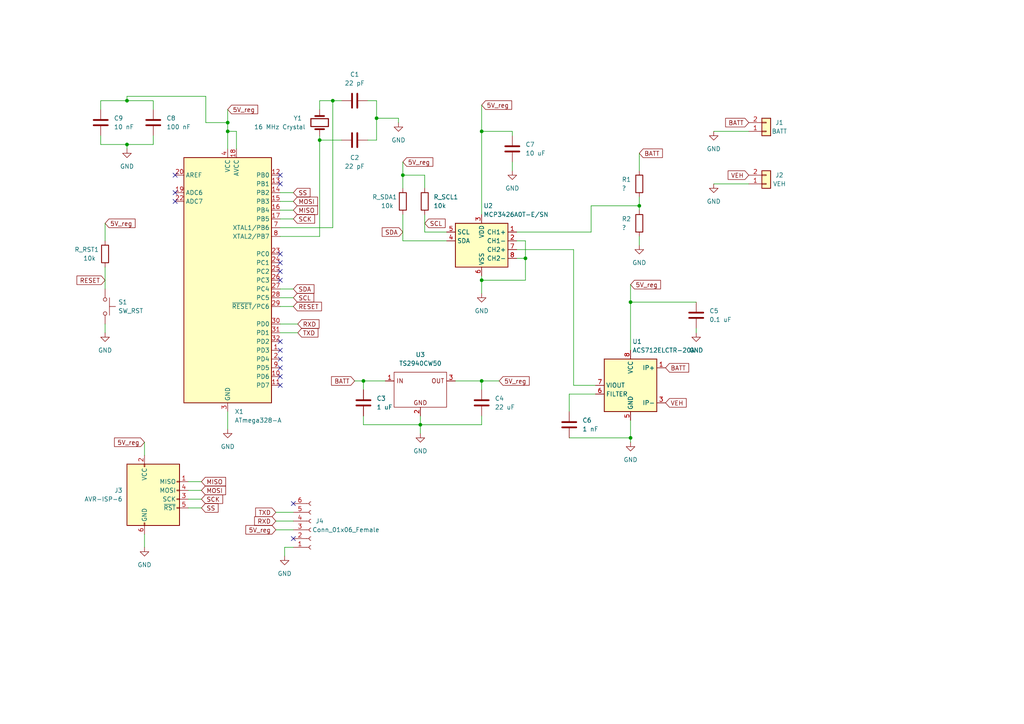
<source format=kicad_sch>
(kicad_sch (version 20230121) (generator eeschema)
  (paper "A4")
  (title_block (title "Power Monitor") (date "2023-06-22") (rev "2") (company "Cassie Tan"))
  (lib_symbols
    (symbol "Analog_ADC:MCP3426-xSN"
      (property "Reference" "U" (at -3.81 8.89 0))
      (property "Value" "MCP3426-xSN" (at 2.54 8.89 0))
      (symbol "MCP3426-xSN_0_1"
        (rectangle (start -7.62 7.62) (end 7.62 -5.08) (stroke (width 0.254)) (fill (type background)))
      )
      (symbol "MCP3426-xSN_1_1"
        (pin input line (at -10.16 5.08 0) (length 2.54) (name "CH1+") (number "1"))
        (pin input line (at -10.16 2.54 0) (length 2.54) (name "CH1-") (number "2"))
        (pin power_in line (at 0 10.16 270) (length 2.54) (name "VDD") (number "3"))
        (pin bidirectional line (at 10.16 2.54 180) (length 2.54) (name "SDA") (number "4"))
        (pin input line (at 10.16 5.08 180) (length 2.54) (name "SCL") (number "5"))
        (pin power_in line (at 0 -7.62 90) (length 2.54) (name "VSS") (number "6"))
        (pin input line (at -10.16 0 0) (length 2.54) (name "CH2+") (number "7"))
        (pin input line (at -10.16 -2.54 0) (length 2.54) (name "CH2-") (number "8"))
      )
    )
    (symbol "Connector:AVR-ISP-6" (pin_names (offset 1.016))
      (property "Reference" "J" (at -6.35 11.43 0))
      (property "Value" "AVR-ISP-6" (at 0 11.43 0))
      (symbol "AVR-ISP-6_0_1"
        (rectangle (start -2.667 -6.858) (end -2.413 -7.62))
        (rectangle (start -2.667 10.16) (end -2.413 9.398))
        (rectangle (start 7.62 -2.413) (end 6.858 -2.667))
        (rectangle (start 7.62 0.127) (end 6.858 -0.127))
        (rectangle (start 7.62 2.667) (end 6.858 2.413))
        (rectangle (start 7.62 5.207) (end 6.858 4.953))
        (rectangle (start 7.62 10.16) (end -7.62 -7.62) (stroke (width 0.254)) (fill (type background)))
      )
      (symbol "AVR-ISP-6_1_1"
        (pin passive line (at 10.16 5.08 180) (length 2.54) (name "MISO") (number "1"))
        (pin passive line (at -2.54 12.7 270) (length 2.54) (name "VCC") (number "2"))
        (pin passive line (at 10.16 0 180) (length 2.54) (name "SCK") (number "3"))
        (pin passive line (at 10.16 2.54 180) (length 2.54) (name "MOSI") (number "4"))
        (pin passive line (at 10.16 -2.54 180) (length 2.54) (name "~{RST}") (number "5"))
        (pin passive line (at -2.54 -10.16 90) (length 2.54) (name "GND") (number "6"))
      )
    )
    (symbol "Connector:Conn_01x06_Female" (pin_names (offset 1.016) hide)
      (property "Reference" "J" (at 0 7.62 0))
      (property "Value" "Conn_01x06_Female" (at 0 -10.16 0))
      (symbol "Conn_01x06_Female_1_1"
        (arc (start 0 -7.112) (mid -0.5058 -7.62) (end 0 -8.128) (stroke (width 0.1524)))
        (arc (start 0 -4.572) (mid -0.5058 -5.08) (end 0 -5.588) (stroke (width 0.1524)))
        (arc (start 0 -2.032) (mid -0.5058 -2.54) (end 0 -3.048) (stroke (width 0.1524)))
        (polyline (pts (xy -1.27 -7.62) (xy -0.508 -7.62)) (stroke (width 0.1524)))
        (polyline (pts (xy -1.27 -5.08) (xy -0.508 -5.08)) (stroke (width 0.1524)))
        (polyline (pts (xy -1.27 -2.54) (xy -0.508 -2.54)) (stroke (width 0.1524)))
        (polyline (pts (xy -1.27 0) (xy -0.508 0)) (stroke (width 0.1524)))
        (polyline (pts (xy -1.27 2.54) (xy -0.508 2.54)) (stroke (width 0.1524)))
        (polyline (pts (xy -1.27 5.08) (xy -0.508 5.08)) (stroke (width 0.1524)))
        (arc (start 0 0.508) (mid -0.5058 0) (end 0 -0.508) (stroke (width 0.1524)))
        (arc (start 0 3.048) (mid -0.5058 2.54) (end 0 2.032) (stroke (width 0.1524)))
        (arc (start 0 5.588) (mid -0.5058 5.08) (end 0 4.572) (stroke (width 0.1524)))
        (pin passive line (at -5.08 5.08 0) (length 3.81) (name "Pin_1") (number "1"))
        (pin passive line (at -5.08 2.54 0) (length 3.81) (name "Pin_2") (number "2"))
        (pin passive line (at -5.08 0 0) (length 3.81) (name "Pin_3") (number "3"))
        (pin passive line (at -5.08 -2.54 0) (length 3.81) (name "Pin_4") (number "4"))
        (pin passive line (at -5.08 -5.08 0) (length 3.81) (name "Pin_5") (number "5"))
        (pin passive line (at -5.08 -7.62 0) (length 3.81) (name "Pin_6") (number "6"))
      )
    )
    (symbol "Connector_Generic:Conn_01x02" (pin_names (offset 1.016) hide)
      (property "Reference" "J" (at 0 2.54 0))
      (property "Value" "Conn_01x02" (at 0 -5.08 0))
      (symbol "Conn_01x02_1_1"
        (rectangle (start -1.27 -2.413) (end 0 -2.667) (stroke (width 0.1524)))
        (rectangle (start -1.27 0.127) (end 0 -0.127) (stroke (width 0.1524)))
        (rectangle (start -1.27 1.27) (end 1.27 -3.81) (stroke (width 0.254)) (fill (type background)))
        (pin passive line (at -5.08 0 0) (length 3.81) (name "Pin_1") (number "1"))
        (pin passive line (at -5.08 -2.54 0) (length 3.81) (name "Pin_2") (number "2"))
      )
    )
    (symbol "Device:C" (pin_numbers hide) (pin_names (offset 0.254))
      (property "Reference" "C" (at 0.635 2.54 0))
      (property "Value" "C" (at 0.635 -2.54 0))
      (symbol "C_0_1"
        (polyline (pts (xy -2.032 -0.762) (xy 2.032 -0.762)) (stroke (width 0.508)))
        (polyline (pts (xy -2.032 0.762) (xy 2.032 0.762)) (stroke (width 0.508)))
      )
      (symbol "C_1_1"
        (pin passive line (at 0 3.81 270) (length 2.794) (name "~") (number "1"))
        (pin passive line (at 0 -3.81 90) (length 2.794) (name "~") (number "2"))
      )
    )
    (symbol "Device:Crystal" (pin_numbers hide) (pin_names (offset 1.016) hide)
      (property "Reference" "Y" (at 0 3.81 0))
      (property "Value" "Crystal" (at 0 -3.81 0))
      (symbol "Crystal_0_1"
        (rectangle (start -1.143 2.54) (end 1.143 -2.54) (stroke (width 0.3048)))
        (polyline (pts (xy -2.54 0) (xy -1.905 0)))
        (polyline (pts (xy -1.905 -1.27) (xy -1.905 1.27)) (stroke (width 0.508)))
        (polyline (pts (xy 1.905 -1.27) (xy 1.905 1.27)) (stroke (width 0.508)))
        (polyline (pts (xy 2.54 0) (xy 1.905 0)))
      )
      (symbol "Crystal_1_1"
        (pin passive line (at -3.81 0 0) (length 1.27) (name "1") (number "1"))
        (pin passive line (at 3.81 0 180) (length 1.27) (name "2") (number "2"))
      )
    )
    (symbol "Device:R" (pin_numbers hide) (pin_names (offset 0))
      (property "Reference" "R" (at 2.032 0 90))
      (property "Value" "R" (at 0 0 90))
      (symbol "R_0_1"
        (rectangle (start -1.016 -2.54) (end 1.016 2.54) (stroke (width 0.254)))
      )
      (symbol "R_1_1"
        (pin passive line (at 0 3.81 270) (length 1.27) (name "~") (number "1"))
        (pin passive line (at 0 -3.81 90) (length 1.27) (name "~") (number "2"))
      )
    )
    (symbol "MCU_Microchip_ATmega:ATmega328-A"
      (property "Reference" "U" (at -12.7 36.83 0))
      (property "Value" "ATmega328-A" (at 2.54 -36.83 0))
      (symbol "ATmega328-A_0_1"
        (rectangle (start -12.7 -35.56) (end 12.7 35.56) (stroke (width 0.254)) (fill (type background)))
      )
      (symbol "ATmega328-A_1_1"
        (pin bidirectional line (at 15.24 -20.32 180) (length 2.54) (name "PD3") (number "1"))
        (pin bidirectional line (at 15.24 -27.94 180) (length 2.54) (name "PD6") (number "10"))
        (pin bidirectional line (at 15.24 -30.48 180) (length 2.54) (name "PD7") (number "11"))
        (pin bidirectional line (at 15.24 30.48 180) (length 2.54) (name "PB0") (number "12"))
        (pin bidirectional line (at 15.24 27.94 180) (length 2.54) (name "PB1") (number "13"))
        (pin bidirectional line (at 15.24 25.4 180) (length 2.54) (name "PB2") (number "14"))
        (pin bidirectional line (at 15.24 22.86 180) (length 2.54) (name "PB3") (number "15"))
        (pin bidirectional line (at 15.24 20.32 180) (length 2.54) (name "PB4") (number "16"))
        (pin bidirectional line (at 15.24 17.78 180) (length 2.54) (name "PB5") (number "17"))
        (pin power_in line (at 2.54 38.1 270) (length 2.54) (name "AVCC") (number "18"))
        (pin input line (at -15.24 25.4 0) (length 2.54) (name "ADC6") (number "19"))
        (pin bidirectional line (at 15.24 -22.86 180) (length 2.54) (name "PD4") (number "2"))
        (pin passive line (at -15.24 30.48 0) (length 2.54) (name "AREF") (number "20"))
        (pin passive line (at 0 -38.1 90) (length 2.54) hide (name "GND") (number "21"))
        (pin input line (at -15.24 22.86 0) (length 2.54) (name "ADC7") (number "22"))
        (pin bidirectional line (at 15.24 7.62 180) (length 2.54) (name "PC0") (number "23"))
        (pin bidirectional line (at 15.24 5.08 180) (length 2.54) (name "PC1") (number "24"))
        (pin bidirectional line (at 15.24 2.54 180) (length 2.54) (name "PC2") (number "25"))
        (pin bidirectional line (at 15.24 0 180) (length 2.54) (name "PC3") (number "26"))
        (pin bidirectional line (at 15.24 -2.54 180) (length 2.54) (name "PC4") (number "27"))
        (pin bidirectional line (at 15.24 -5.08 180) (length 2.54) (name "PC5") (number "28"))
        (pin bidirectional line (at 15.24 -7.62 180) (length 2.54) (name "~{RESET}/PC6") (number "29"))
        (pin power_in line (at 0 -38.1 90) (length 2.54) (name "GND") (number "3"))
        (pin bidirectional line (at 15.24 -12.7 180) (length 2.54) (name "PD0") (number "30"))
        (pin bidirectional line (at 15.24 -15.24 180) (length 2.54) (name "PD1") (number "31"))
        (pin bidirectional line (at 15.24 -17.78 180) (length 2.54) (name "PD2") (number "32"))
        (pin power_in line (at 0 38.1 270) (length 2.54) (name "VCC") (number "4"))
        (pin passive line (at 0 -38.1 90) (length 2.54) hide (name "GND") (number "5"))
        (pin passive line (at 0 38.1 270) (length 2.54) hide (name "VCC") (number "6"))
        (pin bidirectional line (at 15.24 15.24 180) (length 2.54) (name "XTAL1/PB6") (number "7"))
        (pin bidirectional line (at 15.24 12.7 180) (length 2.54) (name "XTAL2/PB7") (number "8"))
        (pin bidirectional line (at 15.24 -25.4 180) (length 2.54) (name "PD5") (number "9"))
      )
    )
    (symbol "New_Library:TS2940CW50"
      (property "Reference" "U" (at 0 8.89 0))
      (property "Value" "TS2940CW50" (at 0 1.27 0))
      (symbol "TS2940CW50_0_0"
        (text "GND" (at 0 -1.27 0) (effects (font (size 1.27 1.27))))
        (text "IN" (at -5.9 5.08 0) (effects (font (size 1.27 1.27))))
        (text "OUT" (at 5.08 5.08 0) (effects (font (size 1.27 1.27))))
      )
      (symbol "TS2940CW50_0_1"
        (rectangle (start -7.62 7.62) (end 7.62 -2.54))
      )
      (symbol "TS2940CW50_1_1"
        (pin input line (at -10.16 5.08 0) (length 2.54) (name "") (number "1"))
        (pin input line (at 0 -5.08 90) (length 2.54) (name "") (number "2"))
        (pin output line (at 10.16 5.08 180) (length 2.54) (name "") (number "3"))
      )
    )
    (symbol "Sensor_Current:ACS712xLCTR-20A"
      (property "Reference" "U" (at 2.54 11.43 0))
      (property "Value" "ACS712xLCTR-20A" (at 2.54 8.89 0))
      (symbol "ACS712xLCTR-20A_0_1"
        (rectangle (start -7.62 7.62) (end 7.62 -7.62) (stroke (width 0.254)) (fill (type background)))
      )
      (symbol "ACS712xLCTR-20A_1_1"
        (pin passive line (at -10.16 5.08 0) (length 2.54) (name "IP+") (number "1"))
        (pin passive line (at -10.16 5.08 0) (length 2.54) hide (name "IP+") (number "2"))
        (pin passive line (at -10.16 -5.08 0) (length 2.54) (name "IP-") (number "3"))
        (pin passive line (at -10.16 -5.08 0) (length 2.54) hide (name "IP-") (number "4"))
        (pin power_in line (at 0 -10.16 90) (length 2.54) (name "GND") (number "5"))
        (pin passive line (at 10.16 -2.54 180) (length 2.54) (name "FILTER") (number "6"))
        (pin output line (at 10.16 0 180) (length 2.54) (name "VIOUT") (number "7"))
        (pin power_in line (at 0 10.16 270) (length 2.54) (name "VCC") (number "8"))
      )
    )
    (symbol "Switch:SW_Push" (pin_numbers hide) (pin_names (offset 1.016) hide)
      (property "Reference" "SW" (at 1.27 2.54 0))
      (property "Value" "SW_Push" (at 0 -1.524 0))
      (symbol "SW_Push_0_1"
        (circle (center -2.032 0) (radius 0.508))
        (polyline (pts (xy 0 1.27) (xy 0 3.048)))
        (polyline (pts (xy 2.54 1.27) (xy -2.54 1.27)))
        (circle (center 2.032 0) (radius 0.508))
        (pin passive line (at -5.08 0 0) (length 2.54) (name "1") (number "1"))
        (pin passive line (at 5.08 0 180) (length 2.54) (name "2") (number "2"))
      )
    )
    (symbol "power:GND" (power) (pin_names (offset 0))
      (property "Value" "GND" (at 0 -3.81 0))
      (symbol "GND_0_1"
        (polyline (pts (xy 0 0) (xy 0 -1.27) (xy 1.27 -1.27) (xy 0 -2.54) (xy -1.27 -1.27) (xy 0 -1.27)))
      )
      (symbol "GND_1_1"
        (pin power_in line (at 0 0 270) (length 0) hide (name "GND") (number "1"))
      )
    )
  )
  (junction (at 92.71 40.64))
  (junction (at 121.92 123.19))
  (junction (at 66.04 35.56))
  (junction (at 139.7 38.1))
  (junction (at 36.83 41.91))
  (junction (at 96.52 29.21))
  (junction (at 152.4 74.93))
  (junction (at 182.88 127))
  (junction (at 139.7 110.49))
  (junction (at 139.7 81.28))
  (junction (at 116.84 50.8))
  (junction (at 185.42 59.69))
  (junction (at 109.22 34.29))
  (junction (at 182.88 87.63))
  (junction (at 66.04 38.1))
  (junction (at 105.41 110.49))
  (junction (at 36.83 29.21))
  (no_connect (at 81.28 109.22))
  (no_connect (at 50.8 50.8))
  (no_connect (at 81.28 78.74))
  (no_connect (at 81.28 73.66))
  (no_connect (at 50.8 55.88))
  (no_connect (at 81.28 76.2))
  (no_connect (at 81.28 81.28))
  (no_connect (at 81.28 101.6))
  (no_connect (at 81.28 111.76))
  (no_connect (at 81.28 104.14))
  (no_connect (at 81.28 53.34))
  (no_connect (at 81.28 106.68))
  (no_connect (at 85.09 156.21))
  (no_connect (at 81.28 50.8))
  (no_connect (at 50.8 58.42))
  (no_connect (at 81.28 99.06))
  (no_connect (at 85.09 146.05))
  (wire (pts (xy 109.22 34.29) (xy 109.22 40.64)))
  (wire (pts (xy 92.71 68.58) (xy 92.71 40.64)))
  (wire (pts (xy 139.7 81.28) (xy 152.4 81.28)))
  (wire (pts (xy 139.7 123.19) (xy 121.92 123.19)))
  (wire (pts (xy 185.42 59.69) (xy 185.42 60.96)))
  (wire (pts (xy 201.93 95.25) (xy 201.93 96.52)))
  (wire (pts (xy 185.42 44.45) (xy 185.42 49.53)))
  (wire (pts (xy 30.48 93.98) (xy 30.48 96.52)))
  (wire (pts (xy 207.01 38.1) (xy 217.17 38.1)))
  (wire (pts (xy 171.45 67.31) (xy 171.45 59.69)))
  (wire (pts (xy 166.37 72.39) (xy 149.86 72.39)))
  (wire (pts (xy 152.4 74.93) (xy 152.4 81.28)))
  (wire (pts (xy 81.28 66.04) (xy 96.52 66.04)))
  (wire (pts (xy 148.59 39.37) (xy 148.59 38.1)))
  (wire (pts (xy 172.72 114.3) (xy 165.1 114.3)))
  (wire (pts (xy 182.88 87.63) (xy 182.88 101.6)))
  (wire (pts (xy 121.92 120.65) (xy 121.92 123.19)))
  (wire (pts (xy 44.45 39.37) (xy 44.45 41.91)))
  (wire (pts (xy 106.68 29.21) (xy 109.22 29.21)))
  (wire (pts (xy 66.04 119.38) (xy 66.04 124.46)))
  (wire (pts (xy 81.28 60.96) (xy 85.09 60.96)))
  (wire (pts (xy 81.28 55.88) (xy 85.09 55.88)))
  (wire (pts (xy 149.86 69.85) (xy 152.4 69.85)))
  (wire (pts (xy 81.28 63.5) (xy 85.09 63.5)))
  (wire (pts (xy 59.69 27.94) (xy 59.69 35.56)))
  (wire (pts (xy 30.48 77.47) (xy 30.48 83.82)))
  (wire (pts (xy 81.28 88.9) (xy 85.09 88.9)))
  (wire (pts (xy 182.88 121.92) (xy 182.88 127)))
  (wire (pts (xy 81.28 68.58) (xy 92.71 68.58)))
  (wire (pts (xy 149.86 67.31) (xy 171.45 67.31)))
  (wire (pts (xy 36.83 29.21) (xy 44.45 29.21)))
  (wire (pts (xy 139.7 80.01) (xy 139.7 81.28)))
  (wire (pts (xy 116.84 46.99) (xy 116.84 50.8)))
  (wire (pts (xy 66.04 38.1) (xy 66.04 43.18)))
  (wire (pts (xy 96.52 29.21) (xy 99.06 29.21)))
  (wire (pts (xy 121.92 123.19) (xy 121.92 125.73)))
  (wire (pts (xy 29.21 31.75) (xy 29.21 29.21)))
  (wire (pts (xy 96.52 29.21) (xy 92.71 29.21)))
  (wire (pts (xy 139.7 110.49) (xy 139.7 113.03)))
  (wire (pts (xy 109.22 29.21) (xy 109.22 34.29)))
  (wire (pts (xy 149.86 74.93) (xy 152.4 74.93)))
  (wire (pts (xy 116.84 62.23) (xy 116.84 69.85)))
  (wire (pts (xy 81.28 83.82) (xy 85.09 83.82)))
  (wire (pts (xy 81.28 96.52) (xy 86.36 96.52)))
  (wire (pts (xy 105.41 110.49) (xy 111.76 110.49)))
  (wire (pts (xy 182.88 82.55) (xy 182.88 87.63)))
  (wire (pts (xy 105.41 110.49) (xy 105.41 113.03)))
  (wire (pts (xy 115.57 35.56) (xy 115.57 34.29)))
  (wire (pts (xy 148.59 46.99) (xy 148.59 49.53)))
  (wire (pts (xy 166.37 111.76) (xy 166.37 72.39)))
  (wire (pts (xy 29.21 41.91) (xy 36.83 41.91)))
  (wire (pts (xy 81.28 86.36) (xy 85.09 86.36)))
  (wire (pts (xy 139.7 120.65) (xy 139.7 123.19)))
  (wire (pts (xy 30.48 64.77) (xy 30.48 69.85)))
  (wire (pts (xy 68.58 38.1) (xy 66.04 38.1)))
  (wire (pts (xy 165.1 127) (xy 182.88 127)))
  (wire (pts (xy 185.42 68.58) (xy 185.42 71.12)))
  (wire (pts (xy 29.21 29.21) (xy 36.83 29.21)))
  (wire (pts (xy 139.7 30.48) (xy 139.7 38.1)))
  (wire (pts (xy 105.41 123.19) (xy 121.92 123.19)))
  (wire (pts (xy 171.45 59.69) (xy 185.42 59.69)))
  (wire (pts (xy 92.71 29.21) (xy 92.71 31.75)))
  (wire (pts (xy 80.01 148.59) (xy 85.09 148.59)))
  (wire (pts (xy 54.61 142.24) (xy 58.42 142.24)))
  (wire (pts (xy 66.04 31.75) (xy 66.04 35.56)))
  (wire (pts (xy 54.61 147.32) (xy 58.42 147.32)))
  (wire (pts (xy 29.21 39.37) (xy 29.21 41.91)))
  (wire (pts (xy 66.04 35.56) (xy 66.04 38.1)))
  (wire (pts (xy 92.71 40.64) (xy 92.71 39.37)))
  (wire (pts (xy 144.78 110.49) (xy 139.7 110.49)))
  (wire (pts (xy 123.19 67.31) (xy 129.54 67.31)))
  (wire (pts (xy 85.09 158.75) (xy 82.55 158.75)))
  (wire (pts (xy 41.91 154.94) (xy 41.91 158.75)))
  (wire (pts (xy 44.45 29.21) (xy 44.45 31.75)))
  (wire (pts (xy 96.52 29.21) (xy 96.52 66.04)))
  (wire (pts (xy 81.28 93.98) (xy 86.36 93.98)))
  (wire (pts (xy 139.7 38.1) (xy 148.59 38.1)))
  (wire (pts (xy 115.57 34.29) (xy 109.22 34.29)))
  (wire (pts (xy 80.01 153.67) (xy 85.09 153.67)))
  (wire (pts (xy 182.88 127) (xy 182.88 128.27)))
  (wire (pts (xy 54.61 144.78) (xy 58.42 144.78)))
  (wire (pts (xy 165.1 114.3) (xy 165.1 119.38)))
  (wire (pts (xy 105.41 120.65) (xy 105.41 123.19)))
  (wire (pts (xy 139.7 110.49) (xy 132.08 110.49)))
  (wire (pts (xy 36.83 27.94) (xy 59.69 27.94)))
  (wire (pts (xy 116.84 50.8) (xy 116.84 54.61)))
  (wire (pts (xy 139.7 38.1) (xy 139.7 62.23)))
  (wire (pts (xy 123.19 54.61) (xy 123.19 50.8)))
  (wire (pts (xy 59.69 35.56) (xy 66.04 35.56)))
  (wire (pts (xy 139.7 81.28) (xy 139.7 85.09)))
  (wire (pts (xy 68.58 43.18) (xy 68.58 38.1)))
  (wire (pts (xy 80.01 151.13) (xy 85.09 151.13)))
  (wire (pts (xy 102.87 110.49) (xy 105.41 110.49)))
  (wire (pts (xy 185.42 57.15) (xy 185.42 59.69)))
  (wire (pts (xy 109.22 40.64) (xy 106.68 40.64)))
  (wire (pts (xy 123.19 50.8) (xy 116.84 50.8)))
  (wire (pts (xy 123.19 62.23) (xy 123.19 67.31)))
  (wire (pts (xy 92.71 40.64) (xy 99.06 40.64)))
  (wire (pts (xy 129.54 69.85) (xy 116.84 69.85)))
  (wire (pts (xy 207.01 53.34) (xy 217.17 53.34)))
  (wire (pts (xy 36.83 41.91) (xy 44.45 41.91)))
  (wire (pts (xy 152.4 69.85) (xy 152.4 74.93)))
  (wire (pts (xy 182.88 87.63) (xy 201.93 87.63)))
  (wire (pts (xy 36.83 43.18) (xy 36.83 41.91)))
  (wire (pts (xy 81.28 58.42) (xy 85.09 58.42)))
  (wire (pts (xy 172.72 111.76) (xy 166.37 111.76)))
  (wire (pts (xy 54.61 139.7) (xy 58.42 139.7)))
  (wire (pts (xy 36.83 29.21) (xy 36.83 27.94)))
  (wire (pts (xy 41.91 128.27) (xy 41.91 132.08)))
  (wire (pts (xy 82.55 158.75) (xy 82.55 161.29)))
  (global_label "SCK" (shape input) (at 85.09 63.5 0) (property "Intersheetrefs" "${INTERSHEET_REFS}" (effects hide)))
  (global_label "BATT" (shape input) (at 102.87 110.49 180) (property "Intersheetrefs" "${INTERSHEET_REFS}" (effects hide)))
  (global_label "5V_reg" (shape input) (at 41.91 128.27 180) (property "Intersheetrefs" "${INTERSHEET_REFS}" (effects hide)))
  (global_label "RXD" (shape input) (at 80.01 151.13 180) (property "Intersheetrefs" "${INTERSHEET_REFS}" (effects hide)))
  (global_label "RESET" (shape input) (at 30.48 81.28 180) (property "Intersheetrefs" "${INTERSHEET_REFS}" (effects hide)))
  (global_label "5V_reg" (shape input) (at 139.7 30.48 0) (property "Intersheetrefs" "${INTERSHEET_REFS}" (effects hide)))
  (global_label "MOSI" (shape input) (at 58.42 142.24 0) (property "Intersheetrefs" "${INTERSHEET_REFS}" (effects hide)))
  (global_label "MISO" (shape input) (at 85.09 60.96 0) (property "Intersheetrefs" "${INTERSHEET_REFS}" (effects hide)))
  (global_label "5V_reg" (shape input) (at 144.78 110.49 0) (property "Intersheetrefs" "${INTERSHEET_REFS}" (effects hide)))
  (global_label "5V_reg" (shape input) (at 80.01 153.67 180) (property "Intersheetrefs" "${INTERSHEET_REFS}" (effects hide)))
  (global_label "BATT" (shape input) (at 217.17 35.56 180) (property "Intersheetrefs" "${INTERSHEET_REFS}" (effects hide)))
  (global_label "SS" (shape input) (at 58.42 147.32 0) (property "Intersheetrefs" "${INTERSHEET_REFS}" (effects hide)))
  (global_label "BATT" (shape input) (at 185.42 44.45 0) (property "Intersheetrefs" "${INTERSHEET_REFS}" (effects hide)))
  (global_label "VEH" (shape input) (at 193.04 116.84 0) (property "Intersheetrefs" "${INTERSHEET_REFS}" (effects hide)))
  (global_label "VEH" (shape input) (at 217.17 50.8 180) (property "Intersheetrefs" "${INTERSHEET_REFS}" (effects hide)))
  (global_label "5V_reg" (shape input) (at 182.88 82.55 0) (property "Intersheetrefs" "${INTERSHEET_REFS}" (effects hide)))
  (global_label "5V_reg" (shape input) (at 116.84 46.99 0) (property "Intersheetrefs" "${INTERSHEET_REFS}" (effects hide)))
  (global_label "BATT" (shape input) (at 193.04 106.68 0) (property "Intersheetrefs" "${INTERSHEET_REFS}" (effects hide)))
  (global_label "SDA" (shape input) (at 116.84 67.31 180) (property "Intersheetrefs" "${INTERSHEET_REFS}" (effects hide)))
  (global_label "5V_reg" (shape input) (at 66.04 31.75 0) (property "Intersheetrefs" "${INTERSHEET_REFS}" (effects hide)))
  (global_label "TXD" (shape input) (at 86.36 96.52 0) (property "Intersheetrefs" "${INTERSHEET_REFS}" (effects hide)))
  (global_label "SCL" (shape input) (at 123.19 64.77 0) (property "Intersheetrefs" "${INTERSHEET_REFS}" (effects hide)))
  (global_label "RESET" (shape input) (at 85.09 88.9 0) (property "Intersheetrefs" "${INTERSHEET_REFS}" (effects hide)))
  (global_label "MOSI" (shape input) (at 85.09 58.42 0) (property "Intersheetrefs" "${INTERSHEET_REFS}" (effects hide)))
  (global_label "MISO" (shape input) (at 58.42 139.7 0) (property "Intersheetrefs" "${INTERSHEET_REFS}" (effects hide)))
  (global_label "RXD" (shape input) (at 86.36 93.98 0) (property "Intersheetrefs" "${INTERSHEET_REFS}" (effects hide)))
  (global_label "SS" (shape input) (at 85.09 55.88 0) (property "Intersheetrefs" "${INTERSHEET_REFS}" (effects hide)))
  (global_label "5V_reg" (shape input) (at 30.48 64.77 0) (property "Intersheetrefs" "${INTERSHEET_REFS}" (effects hide)))
  (global_label "TXD" (shape input) (at 80.01 148.59 180) (property "Intersheetrefs" "${INTERSHEET_REFS}" (effects hide)))
  (global_label "SDA" (shape input) (at 85.09 83.82 0) (property "Intersheetrefs" "${INTERSHEET_REFS}" (effects hide)))
  (global_label "SCL" (shape input) (at 85.09 86.36 0) (property "Intersheetrefs" "${INTERSHEET_REFS}" (effects hide)))
  (global_label "SCK" (shape input) (at 58.42 144.78 0) (property "Intersheetrefs" "${INTERSHEET_REFS}" (effects hide)))
  (symbol (lib_id "power:GND") (at 207.01 38.1 0) (unit 1)
    (property "Reference" "#PWR0107" (effects hide))
    (property "Value" "GND" (at 207.01 43.18 0))
  )
  (symbol (lib_id "New_Library:TS2940CW50") (at 121.92 115.57 0) (unit 1)
    (property "Reference" "U3" (at 121.92 102.87 0))
    (property "Value" "TS2940CW50" (at 121.92 105.41 0))
  )
  (symbol (lib_id "power:GND") (at 36.83 43.18 0) (unit 1)
    (property "Reference" "#PWR0111" (effects hide))
    (property "Value" "GND" (at 36.83 48.26 0))
  )
  (symbol (lib_id "MCU_Microchip_ATmega:ATmega328-A") (at 66.04 81.28 0) (unit 1)
    (property "Reference" "X1" (at 68.0594 119.38 0) (effects (justify left)))
    (property "Value" "ATmega328-A" (at 68.0594 121.92 0) (effects (justify left)))
    (property "Footprint" "Package_QFP:TQFP-32_7x7mm_P0.8mm" (effects hide))
    (property "Datasheet" "http://ww1.microchip.com/downloads/en/DeviceDoc/ATmega328_P%20AVR%20MCU%20with%20picoPower%20Technology%20Data%20Sheet%2040001984A.pdf" (effects hide))
  )
  (symbol (lib_id "Device:R") (at 116.84 58.42 0) (unit 1)
    (property "Reference" "R_SDA1" (at 107.95 57.15 0) (effects (justify left)))
    (property "Value" "10k" (at 110.49 59.69 0) (effects (justify left)))
  )
  (symbol (lib_id "Device:C") (at 29.21 35.56 0) (unit 1)
    (property "Reference" "C9" (at 33.02 34.2899 0) (effects (justify left)))
    (property "Value" "10 nF" (at 33.02 36.8299 0) (effects (justify left)))
  )
  (symbol (lib_id "Device:Crystal") (at 92.71 35.56 90) (unit 1)
    (property "Reference" "Y1" (at 85.09 34.29 90) (effects (justify right)))
    (property "Value" "16 MHz Crystal" (at 73.66 36.83 90) (effects (justify right)))
  )
  (symbol (lib_id "Device:C") (at 105.41 116.84 0) (unit 1)
    (property "Reference" "C3" (at 109.22 115.5699 0) (effects (justify left)))
    (property "Value" "1 uF" (at 109.22 118.1099 0) (effects (justify left)))
  )
  (symbol (lib_id "power:GND") (at 66.04 124.46 0) (unit 1)
    (property "Reference" "#PWR0101" (effects hide))
    (property "Value" "GND" (at 66.04 129.54 0))
  )
  (symbol (lib_id "Device:C") (at 165.1 123.19 0) (unit 1)
    (property "Reference" "C6" (at 168.91 121.9199 0) (effects (justify left)))
    (property "Value" "1 nF" (at 168.91 124.4599 0) (effects (justify left)))
  )
  (symbol (lib_id "Device:R") (at 30.48 73.66 0) (unit 1)
    (property "Reference" "R_RST1" (at 21.59 72.39 0) (effects (justify left)))
    (property "Value" "10k" (at 24.13 74.93 0) (effects (justify left)))
  )
  (symbol (lib_id "Connector_Generic:Conn_01x02") (at 222.25 38.1 0) (mirror x) (unit 1)
    (property "Reference" "J1" (at 226.06 35.56 0))
    (property "Value" "BATT" (at 226.06 38.1 0))
    (property "Footprint" "Connector_AMASS:AMASS_XT60-F_1x02_P7.20mm_Vertical" (effects hide))
  )
  (symbol (lib_id "Device:R") (at 185.42 64.77 0) (unit 1)
    (property "Reference" "R2" (at 180.34 63.5 0) (effects (justify left)))
    (property "Value" "?" (at 180.34 66.04 0) (effects (justify left)))
  )
  (symbol (lib_id "Device:C") (at 102.87 40.64 90) (unit 1)
    (property "Reference" "C2" (at 102.87 45.72 90))
    (property "Value" "22 pF" (at 102.87 48.26 90))
  )
  (symbol (lib_id "Device:C") (at 102.87 29.21 90) (unit 1)
    (property "Reference" "C1" (at 102.87 21.59 90))
    (property "Value" "22 pF" (at 102.87 24.13 90))
  )
  (symbol (lib_id "power:GND") (at 201.93 96.52 0) (unit 1)
    (property "Reference" "#PWR0110" (effects hide))
    (property "Value" "GND" (at 201.93 101.6 0))
  )
  (symbol (lib_id "power:GND") (at 82.55 161.29 0) (unit 1)
    (property "Reference" "#PWR0105" (effects hide))
    (property "Value" "GND" (at 82.55 166.37 0))
  )
  (symbol (lib_id "Device:R") (at 185.42 53.34 0) (unit 1)
    (property "Reference" "R1" (at 180.34 52.07 0) (effects (justify left)))
    (property "Value" "?" (at 180.34 54.61 0) (effects (justify left)))
  )
  (symbol (lib_id "Device:C") (at 44.45 35.56 0) (unit 1)
    (property "Reference" "C8" (at 48.26 34.2899 0) (effects (justify left)))
    (property "Value" "100 nF" (at 48.26 36.8299 0) (effects (justify left)))
  )
  (symbol (lib_id "power:GND") (at 182.88 128.27 0) (unit 1)
    (property "Reference" "#PWR0106" (effects hide))
    (property "Value" "GND" (at 182.88 133.35 0))
  )
  (symbol (lib_id "Device:R") (at 123.19 58.42 0) (unit 1)
    (property "Reference" "R_SCL1" (at 125.73 57.15 0) (effects (justify left)))
    (property "Value" "10k" (at 125.73 59.6899 0) (effects (justify left)))
  )
  (symbol (lib_id "power:GND") (at 185.42 71.12 0) (unit 1)
    (property "Reference" "#PWR0109" (effects hide))
    (property "Value" "GND" (at 185.42 76.2 0))
  )
  (symbol (lib_id "Switch:SW_Push") (at 30.48 88.9 270) (unit 1)
    (property "Reference" "S1" (at 34.29 87.6299 90) (effects (justify left)))
    (property "Value" "SW_RST" (at 34.29 90.1699 90) (effects (justify left)))
  )
  (symbol (lib_id "power:GND") (at 207.01 53.34 0) (unit 1)
    (property "Reference" "#PWR0108" (effects hide))
    (property "Value" "GND" (at 207.01 58.42 0))
  )
  (symbol (lib_id "power:GND") (at 121.92 125.73 0) (unit 1)
    (property "Reference" "#PWR0114" (effects hide))
    (property "Value" "GND" (at 121.92 130.81 0))
  )
  (symbol (lib_id "power:GND") (at 115.57 35.56 0) (unit 1)
    (property "Reference" "#PWR0113" (effects hide))
    (property "Value" "GND" (at 115.57 40.64 0))
  )
  (symbol (lib_id "Sensor_Current:ACS712xLCTR-20A") (at 182.88 111.76 0) (mirror y) (unit 1)
    (property "Reference" "U1" (at 183.4006 99.06 0) (effects (justify right)))
    (property "Value" "ACS712ELCTR-20A" (at 183.4006 101.6 0) (effects (justify right)))
    (property "Footprint" "Package_SO:SOIC-8_3.9x4.9mm_P1.27mm" (effects hide))
    (property "Datasheet" "http://www.allegromicro.com/~/media/Files/Datasheets/ACS712-Datasheet.ashx?la=en" (effects hide))
  )
  (symbol (lib_id "power:GND") (at 41.91 158.75 0) (unit 1)
    (property "Reference" "#PWR0104" (effects hide))
    (property "Value" "GND" (at 41.91 163.83 0))
  )
  (symbol (lib_id "Connector:Conn_01x06_Female") (at 90.17 153.67 0) (mirror x) (unit 1)
    (property "Reference" "J4" (at 92.71 151.13 0))
    (property "Value" "Conn_01x06_Female" (at 100.33 153.67 0))
  )
  (symbol (lib_id "Connector:AVR-ISP-6") (at 44.45 144.78 0) (unit 1)
    (property "Reference" "J3" (at 35.56 142.2399 0) (effects (justify right)))
    (property "Value" "AVR-ISP-6" (at 35.56 144.7799 0) (effects (justify right)))
    (property "Datasheet" " ~" (effects hide))
  )
  (symbol (lib_id "Device:C") (at 148.59 43.18 0) (unit 1)
    (property "Reference" "C7" (at 152.4 41.9099 0) (effects (justify left)))
    (property "Value" "10 uF" (at 152.4 44.4499 0) (effects (justify left)))
  )
  (symbol (lib_id "power:GND") (at 30.48 96.52 0) (unit 1)
    (property "Reference" "#PWR0103" (effects hide))
    (property "Value" "GND" (at 30.48 101.6 0))
  )
  (symbol (lib_id "power:GND") (at 148.59 49.53 0) (unit 1)
    (property "Reference" "#PWR0112" (effects hide))
    (property "Value" "GND" (at 148.59 54.61 0))
  )
  (symbol (lib_id "Device:C") (at 139.7 116.84 0) (unit 1)
    (property "Reference" "C4" (at 143.51 115.5699 0) (effects (justify left)))
    (property "Value" "22 uF" (at 143.51 118.1099 0) (effects (justify left)))
  )
  (symbol (lib_id "power:GND") (at 139.7 85.09 0) (unit 1)
    (property "Reference" "#PWR0102" (effects hide))
    (property "Value" "GND" (at 139.7 90.17 0))
  )
  (symbol (lib_id "Analog_ADC:MCP3426-xSN") (at 139.7 72.39 0) (mirror y) (unit 1)
    (property "Reference" "U2" (at 140.2206 59.69 0) (effects (justify right)))
    (property "Value" "MCP3426A0T-E/SN" (at 140.2206 62.23 0) (effects (justify right)))
    (property "Datasheet" "http://ww1.microchip.com/downloads/en/DeviceDoc/22226a.pdf" (effects hide))
  )
  (symbol (lib_id "Device:C") (at 201.93 91.44 0) (unit 1)
    (property "Reference" "C5" (at 205.74 90.1699 0) (effects (justify left)))
    (property "Value" "0.1 uF" (at 205.74 92.7099 0) (effects (justify left)))
  )
  (symbol (lib_id "Connector_Generic:Conn_01x02") (at 222.25 53.34 0) (mirror x) (unit 1)
    (property "Reference" "J2" (at 226.06 50.8 0))
    (property "Value" "VEH" (at 226.06 53.34 0))
    (property "Footprint" "Connector_AMASS:AMASS_XT60-M_1x02_P7.20mm_Vertical" (effects hide))
  )
)
</source>
